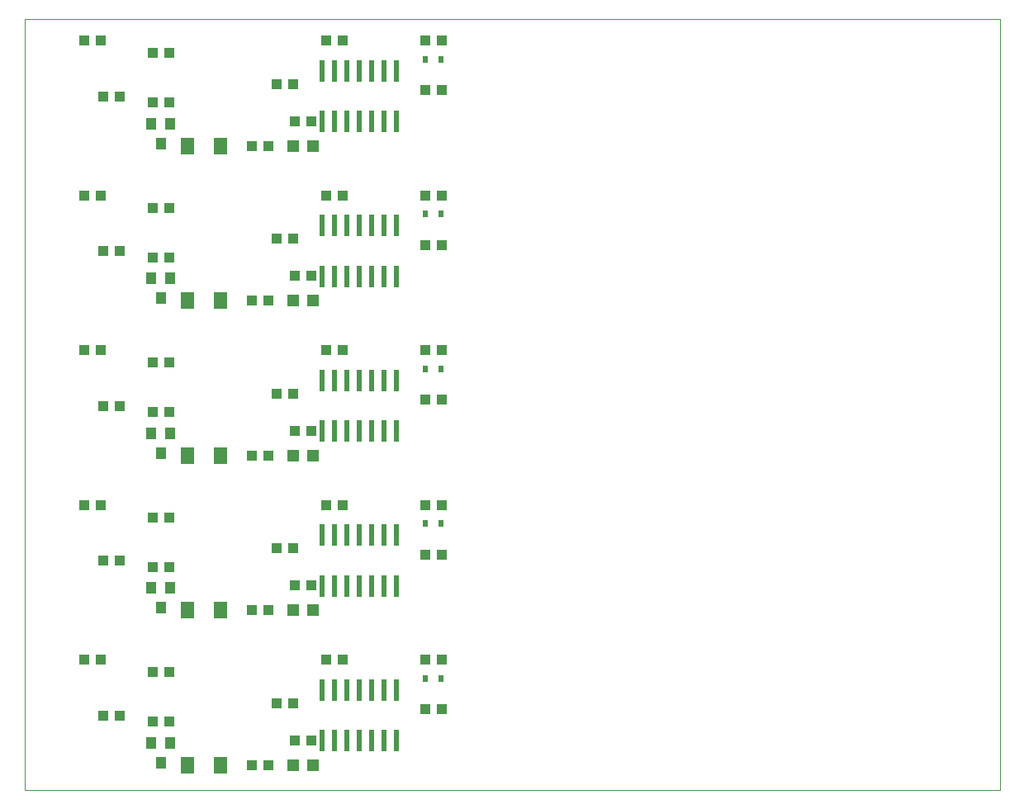
<source format=gtp>
G75*
G70*
%OFA0B0*%
%FSLAX24Y24*%
%IPPOS*%
%LPD*%
%AMOC8*
5,1,8,0,0,1.08239X$1,22.5*
%
%ADD10C,0.0000*%
%ADD11R,0.0240X0.0870*%
%ADD12R,0.0400X0.0450*%
%ADD13R,0.0433X0.0394*%
%ADD14R,0.0236X0.0315*%
%ADD15R,0.0472X0.0472*%
%ADD16R,0.0551X0.0709*%
D10*
X000151Y001048D02*
X000151Y032169D01*
X039521Y032169D01*
X039521Y001048D01*
X000151Y001048D01*
D11*
X012151Y003023D03*
X012651Y003023D03*
X013151Y003023D03*
X013651Y003023D03*
X014151Y003023D03*
X014651Y003023D03*
X015151Y003023D03*
X015151Y005073D03*
X014651Y005073D03*
X014151Y005073D03*
X013651Y005073D03*
X013151Y005073D03*
X012651Y005073D03*
X012151Y005073D03*
X012151Y009273D03*
X012651Y009273D03*
X013151Y009273D03*
X013651Y009273D03*
X014151Y009273D03*
X014651Y009273D03*
X015151Y009273D03*
X015151Y011323D03*
X014651Y011323D03*
X014151Y011323D03*
X013651Y011323D03*
X013151Y011323D03*
X012651Y011323D03*
X012151Y011323D03*
X012151Y015523D03*
X012651Y015523D03*
X013151Y015523D03*
X013651Y015523D03*
X014151Y015523D03*
X014651Y015523D03*
X015151Y015523D03*
X015151Y017573D03*
X014651Y017573D03*
X014151Y017573D03*
X013651Y017573D03*
X013151Y017573D03*
X012651Y017573D03*
X012151Y017573D03*
X012151Y021773D03*
X012651Y021773D03*
X013151Y021773D03*
X013651Y021773D03*
X014151Y021773D03*
X014651Y021773D03*
X015151Y021773D03*
X015151Y023823D03*
X014651Y023823D03*
X014151Y023823D03*
X013651Y023823D03*
X013151Y023823D03*
X012651Y023823D03*
X012151Y023823D03*
X012151Y028023D03*
X012651Y028023D03*
X013151Y028023D03*
X013651Y028023D03*
X014151Y028023D03*
X014651Y028023D03*
X015151Y028023D03*
X015151Y030073D03*
X014651Y030073D03*
X014151Y030073D03*
X013651Y030073D03*
X013151Y030073D03*
X012651Y030073D03*
X012151Y030073D03*
D12*
X006025Y027948D03*
X005277Y027948D03*
X005651Y027148D03*
X005277Y021698D03*
X006025Y021698D03*
X005651Y020898D03*
X005277Y015448D03*
X006025Y015448D03*
X005651Y014648D03*
X005277Y009198D03*
X006025Y009198D03*
X005651Y008398D03*
X005277Y002948D03*
X006025Y002948D03*
X005651Y002148D03*
D13*
X005317Y003798D03*
X005986Y003798D03*
X003986Y004048D03*
X003317Y004048D03*
X005317Y005798D03*
X005986Y005798D03*
X003236Y006298D03*
X002567Y006298D03*
X003317Y010298D03*
X003986Y010298D03*
X005317Y010048D03*
X005986Y010048D03*
X005986Y012048D03*
X005317Y012048D03*
X003236Y012548D03*
X002567Y012548D03*
X005317Y016298D03*
X005986Y016298D03*
X003986Y016548D03*
X003317Y016548D03*
X005317Y018298D03*
X005986Y018298D03*
X003236Y018798D03*
X002567Y018798D03*
X005317Y022548D03*
X005986Y022548D03*
X003986Y022798D03*
X003317Y022798D03*
X005317Y024548D03*
X005986Y024548D03*
X003236Y025048D03*
X002567Y025048D03*
X005317Y028798D03*
X005986Y028798D03*
X003986Y029048D03*
X003317Y029048D03*
X005317Y030798D03*
X005986Y030798D03*
X003236Y031298D03*
X002567Y031298D03*
X009317Y027048D03*
X009986Y027048D03*
X011067Y028048D03*
X011736Y028048D03*
X010986Y029548D03*
X010317Y029548D03*
X012317Y031298D03*
X012986Y031298D03*
X016317Y031298D03*
X016986Y031298D03*
X016986Y029298D03*
X016317Y029298D03*
X016317Y025048D03*
X016986Y025048D03*
X016986Y023048D03*
X016317Y023048D03*
X012986Y025048D03*
X012317Y025048D03*
X010986Y023298D03*
X010317Y023298D03*
X011067Y021798D03*
X011736Y021798D03*
X009986Y020798D03*
X009317Y020798D03*
X012317Y018798D03*
X012986Y018798D03*
X010986Y017048D03*
X010317Y017048D03*
X011067Y015548D03*
X011736Y015548D03*
X009986Y014548D03*
X009317Y014548D03*
X012317Y012548D03*
X012986Y012548D03*
X010986Y010798D03*
X010317Y010798D03*
X011067Y009298D03*
X011736Y009298D03*
X009986Y008298D03*
X009317Y008298D03*
X012317Y006298D03*
X012986Y006298D03*
X010986Y004548D03*
X010317Y004548D03*
X011067Y003048D03*
X011736Y003048D03*
X009986Y002048D03*
X009317Y002048D03*
X016317Y004298D03*
X016986Y004298D03*
X016986Y006298D03*
X016317Y006298D03*
X016317Y010548D03*
X016986Y010548D03*
X016986Y012548D03*
X016317Y012548D03*
X016317Y016798D03*
X016986Y016798D03*
X016986Y018798D03*
X016317Y018798D03*
D14*
X016336Y018048D03*
X016966Y018048D03*
X016966Y011798D03*
X016336Y011798D03*
X016336Y005548D03*
X016966Y005548D03*
X016966Y024298D03*
X016336Y024298D03*
X016336Y030548D03*
X016966Y030548D03*
D15*
X011815Y027048D03*
X010988Y027048D03*
X010988Y020798D03*
X011815Y020798D03*
X011815Y014548D03*
X010988Y014548D03*
X010988Y008298D03*
X011815Y008298D03*
X011815Y002048D03*
X010988Y002048D03*
D16*
X008070Y002048D03*
X006732Y002048D03*
X006732Y008298D03*
X008070Y008298D03*
X008070Y014548D03*
X006732Y014548D03*
X006732Y020798D03*
X008070Y020798D03*
X008070Y027048D03*
X006732Y027048D03*
M02*

</source>
